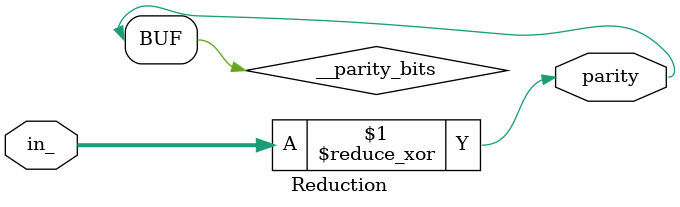
<source format=sv>
module Reduction(
  input  wire [7:0] in_,
  output wire       parity
);

  // Variables for output ports
  logic __parity_bits;

  assign __parity_bits = ^in_;

  assign parity = __parity_bits;
endmodule
</source>
